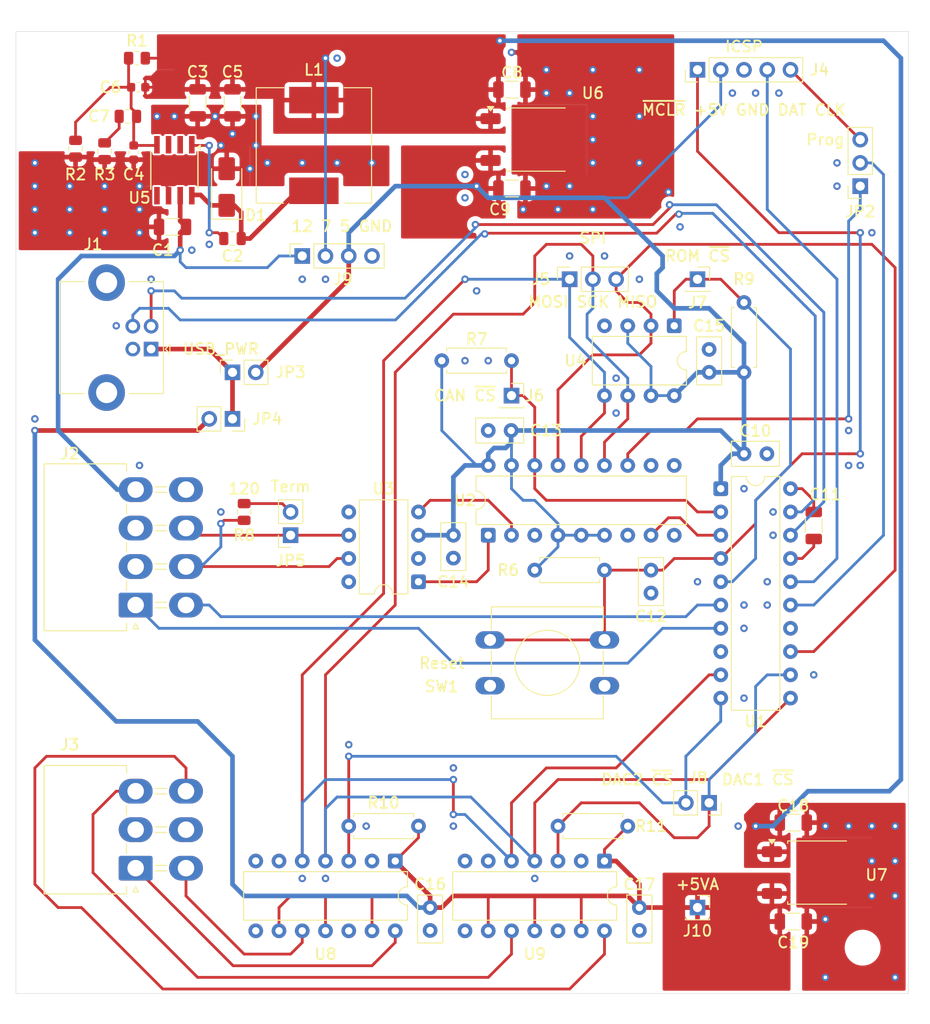
<source format=kicad_pcb>
(kicad_pcb (version 20241229) (generator "pcbnew") (generator_version "9.0")
  (title_block (title "CAN Gauge Interface") (date "2025-09-27") (rev "0.1") (company "Sam Anthony"))
  (layers (0 "F.Cu" signal) (4 "In1.Cu" signal) (6 "In2.Cu" signal) (2 "B.Cu" power) (13 "F.Paste" user) (15 "B.Paste" user) (5 "F.SilkS" user "F.Silkscreen") (7 "B.SilkS" user "B.Silkscreen") (1 "F.Mask" user) (3 "B.Mask" user) (25 "Edge.Cuts" user))
  (net 0 "")
  (net 1 "GND")
  (net 2 "+12V")
  (net 3 "Net-(U5-BOOT)")
  (net 4 "+7V")
  (net 5 "Net-(C7-Pad2)")
  (net 6 "+5V")
  (net 7 "Net-(U1-Vusb3v3)")
  (net 8 "/~{MCLR}")
  (net 9 "+5VA")
  (net 10 "/USB_D+")
  (net 11 "/USB_D-")
  (net 12 "VBUS")
  (net 15 "/CAN_L")
  (net 16 "/Speed")
  (net 17 "/Tach")
  (net 18 "/CAN_H")
  (net 19 "/AN4")
  (net 20 "/AN2")
  (net 21 "/AN3")
  (net 22 "/AN1")
  (net 23 "/ICSP_CLK")
  (net 24 "/ICSP_DAT")
  (net 25 "/SCK")
  (net 26 "/MOSI")
  (net 27 "/MISO")
  (net 28 "/CAN_~{CS}")
  (net 29 "/ROM_~{CS}")
  (net 30 "/DAC2_~{CS}")
  (net 31 "/DAC1_~{CS}")
  (net 32 "/INT{slash}ICSP_CLK")
  (net 33 "/INT")
  (net 34 "Net-(JP5-B)")
  (net 36 "/CLK")
  (net 39 "/CAN_RX")
  (net 40 "/CAN_TX")
  (net 53 "/PH")
  (net 54 "/sense")
  (footprint "Connector_PinSocket_2.54mm:PinSocket_1x01_P2.54mm_Vertical" (layer "F.Cu") (at 124.46 129.54)
    (property "Reference" "J7")
    (property "Value" "ROM ~{CS}")
  )
  (footprint "Capacitor_SMD:C_1206_3216Metric" (layer "F.Cu") (at 104.189 119.634)
    (property "Reference" "C9")
    (property "Value" "10u" (hide yes))
  )
  (footprint "Capacitor_SMD:C_0805_2012Metric" (layer "F.Cu") (at 62.23 111.76 180)
    (property "Reference" "C7")
    (property "Value" "47n" (hide yes))
  )
  (footprint "Connector_PinSocket_2.54mm:PinSocket_1x04_P2.54mm_Vertical" (layer "F.Cu") (at 81.28 127 90)
    (property "Reference" "J9")
    (property "Value" "Conn_01x04_Socket" (hide yes))
  )
  (footprint "MountingHole:MountingHole_3.2mm_M3_DIN965" (layer "F.Cu") (at 55 202.5)
    (property "Reference" "H1" (hide yes))
    (property "Value" "MountingHole" (hide yes))
  )
  (footprint "Capacitor_SMD:C_1206_3216Metric" (layer "F.Cu") (at 134.923 199.644)
    (property "Reference" "C19")
    (property "Value" "10u" (hide yes))
  )
  (footprint "Resistor_THT:R_Axial_DIN0207_L6.3mm_D2.5mm_P7.62mm_Horizontal" (layer "F.Cu") (at 93.98 189.23 180)
    (property "Reference" "R10")
    (property "Value" "10k" (hide yes))
  )
  (footprint "Capacitor_SMD:C_1206_3216Metric" (layer "F.Cu") (at 134.923 188.849)
    (property "Reference" "C18")
    (property "Value" "10u" (hide yes))
  )
  (footprint "Package_TO_SOT_SMD:TO-252-2" (layer "F.Cu") (at 106.894 114.294)
    (property "Reference" "U6")
    (property "Value" "L78M05AB" (hide yes))
  )
  (footprint "Capacitor_THT:C_Disc_D5.0mm_W2.5mm_P2.50mm" (layer "F.Cu") (at 95.25 198.12 -90)
    (property "Reference" "C16")
    (property "Value" "100n" (hide yes))
  )
  (footprint "MountingHole:MountingHole_3.2mm_M3_DIN965" (layer "F.Cu") (at 142.5 202.5)
    (property "Reference" "H2" (hide yes))
    (property "Value" "MountingHole" (hide yes))
  )
  (footprint "Capacitor_SMD:C_0603_1608Metric" (layer "F.Cu") (at 62.865 115.71 -90)
    (property "Reference" "C4")
    (property "Value" "220p" (hide yes))
  )
  (footprint "footprints:Molex_Mini-Fit_Jr_5569-06A2_2x03_P4.20mm_Horizontal" (layer "F.Cu") (at 63.08 193.82 90)
    (property "Reference" "J3")
    (property "Value" "Analog")
  )
  (footprint "Resistor_SMD:R_0805_2012Metric" (layer "F.Cu") (at 63.2225 105.41)
    (property "Reference" "R1")
    (property "Value" "10k" (hide yes))
  )
  (footprint "footprints:USB_B_Lumberg_2411_02_Horizontal" (layer "F.Cu") (at 64.77 137.16 180)
    (property "Reference" "J1")
    (property "Value" "USB_B" (hide yes))
  )
  (footprint "Connector_PinSocket_2.54mm:PinSocket_1x02_P2.54mm_Vertical" (layer "F.Cu") (at 80.01 157.48 180)
    (property "Reference" "JP5")
    (property "Value" "Term")
  )
  (footprint "Capacitor_SMD:C_0603_1608Metric" (layer "F.Cu") (at 63.36 108.585)
    (property "Reference" "C6")
    (property "Value" "3300p" (hide yes))
  )
  (footprint "Inductor_SMD:L_12x12mm_H8mm" (layer "F.Cu") (at 82.55 114.935 90)
    (property "Reference" "L1")
    (property "Value" "150u" (hide yes))
  )
  (footprint "MountingHole:MountingHole_3.2mm_M3_DIN965" (layer "F.Cu") (at 55 107.5)
    (property "Reference" "H4" (hide yes))
    (property "Value" "MountingHole" (hide yes))
  )
  (footprint "Resistor_SMD:R_0805_2012Metric" (layer "F.Cu") (at 56.515 115.2925 -90)
    (property "Reference" "R2")
    (property "Value" "3k24" (hide yes))
  )
  (footprint "Resistor_THT:R_Axial_DIN0207_L6.3mm_D2.5mm_P7.62mm_Horizontal" (layer "F.Cu") (at 106.68 161.29)
    (property "Reference" "R6")
    (property "Value" "10k" (hide yes))
  )
  (footprint "Connector_PinSocket_2.54mm:PinSocket_1x02_P2.54mm_Vertical" (layer "F.Cu") (at 125.73 186.69 -90)
    (property "Reference" "J8")
    (property "Value" "DAC ~{CS}" (hide yes))
  )
  (footprint "Button_Switch_THT:SW_PUSH-12mm" (layer "F.Cu") (at 114.3 173.91 180)
    (property "Reference" "SW1")
    (property "Value" "Reset")
  )
  (footprint "Capacitor_SMD:C_1206_3216Metric" (layer "F.Cu") (at 69.85 110.285 -90)
    (property "Reference" "C3")
    (property "Value" "22u" (hide yes))
  )
  (footprint "Connector_PinSocket_2.54mm:PinSocket_1x01_P2.54mm_Vertical" (layer "F.Cu") (at 104.14 142.24)
    (property "Reference" "J6")
    (property "Value" "CAN ~{CS}")
  )
  (footprint "Resistor_THT:R_Axial_DIN0207_L6.3mm_D2.5mm_P7.62mm_Horizontal" (layer "F.Cu") (at 129.54 139.7 90)
    (property "Reference" "R9")
    (property "Value" "10k" (hide yes))
  )
  (footprint "Connector_PinSocket_2.54mm:PinSocket_1x03_P2.54mm_Vertical" (layer "F.Cu") (at 142.24 119.38 180)
    (property "Reference" "JP2")
    (property "Value" "Prog")
  )
  (footprint "Package_DIP:DIP-14_W7.62mm" (layer "F.Cu") (at 91.44 193.04 -90)
    (property "Reference" "U8")
    (property "Value" "MCP4912" (hide yes))
  )
  (footprint "Diode_SMD:D_SMA" (layer "F.Cu") (at 73.025 119.475 90)
    (property "Reference" "D1")
    (property "Value" "SS34" (hide yes))
  )
  (footprint "footprints:Molex_Mini-Fit_Jr_5569-08A2_2x04_P4.20mm_Horizontal" (layer "F.Cu") (at 63.08 165.1 90)
    (property "Reference" "J2")
    (property "Value" "Conn_02x04_Top_Bottom")
  )
  (footprint "Resistor_SMD:R_0805_2012Metric" (layer "F.Cu") (at 59.69 115.57 -90)
    (property "Reference" "R3")
    (property "Value" "2k7" (hide yes))
  )
  (footprint "Package_DIP:DIP-8_W7.62mm" (layer "F.Cu") (at 93.98 162.56 180)
    (property "Reference" "U3")
    (property "Value" "MCP2561-E-P" (hide yes))
  )
  (footprint "Resistor_THT:R_Axial_DIN0207_L6.3mm_D2.5mm_P7.62mm_Horizontal" (layer "F.Cu") (at 96.52 138.43)
    (property "Reference" "R7")
    (property "Value" "10k" (hide yes))
  )
  (footprint "Capacitor_SMD:C_1206_3216Metric" (layer "F.Cu") (at 73.66 110.285 -90)
    (property "Reference" "C5")
    (property "Value" "22u" (hide yes))
  )
  (footprint "Connector_PinHeader_2.54mm:PinHeader_1x05_P2.54mm_Vertical" (layer "F.Cu") (at 124.46 106.68 90)
    (property "Reference" "J4")
    (property "Value" "ICSP")
  )
  (footprint "Capacitor_THT:C_Disc_D5.0mm_W2.5mm_P2.50mm" (layer "F.Cu") (at 97.79 159.98 90)
    (property "Reference" "C14")
    (property "Value" "100n" (hide yes))
  )
  (footprint "Connector_PinSocket_2.54mm:PinSocket_1x03_P2.54mm_Vertical" (layer "F.Cu") (at 110.49 129.54 90)
    (property "Reference" "J5")
    (property "Value" "SPI Debug" (hide yes))
  )
  (footprint "Connector_PinSocket_2.54mm:PinSocket_1x02_P2.54mm_Vertical" (layer "F.Cu") (at 73.66 144.78 -90)
    (property "Reference" "JP4")
    (property "Value" "USB_PWR" (hide yes))
  )
  (footprint "Capacitor_SMD:C_1206_3216Metric" (layer "F.Cu") (at 104.189 108.839)
    (property "Reference" "C8")
    (property "Value" "10u" (hide yes))
  )
  (footprint "Connector_PinSocket_2.54mm:PinSocket_1x01_P2.54mm_Vertical" (layer "F.Cu") (at 124.46 198.12)
    (property "Reference" "J10")
    (property "Value" "+5VA")
  )
  (footprint "Package_DIP:DIP-20_W7.62mm" (layer "F.Cu") (at 127 152.4)
    (property "Reference" "U1")
    (property "Value" "PIC16F1459-IP" (hide yes))
  )
  (footprint "Capacitor_SMD:C_0805_2012Metric" (layer "F.Cu") (at 73.66 125.095)
    (property "Reference" "C2")
    (property "Value" "10n" (hide yes))
  )
  (footprint "Package_SO:TI_SO-PowerPAD-8" (layer "F.Cu") (at 67.31 117.635 -90)
    (property "Reference" "U5")
    (property "Value" "TPS5430DDA" (hide yes))
  )
  (footprint "Capacitor_THT:C_Disc_D5.0mm_W2.5mm_P2.50mm" (layer "F.Cu") (at 119.38 161.29 -90)
    (property "Reference" "C12")
    (property "Value" "100n" (hide yes))
  )
  (footprint "Capacitor_THT:C_Disc_D5.0mm_W2.5mm_P2.50mm" (layer "F.Cu") (at 118.11 198.12 -90)
    (property "Reference" "C17")
    (property "Value" "100n" (hide yes))
  )
  (footprint "Resistor_SMD:R_0805_2012Metric" (layer "F.Cu") (at 74.93 154.94 -90)
    (property "Reference" "R8")
    (property "Value" "120")
  )
  (footprint "Capacitor_THT:C_Disc_D5.0mm_W2.5mm_P2.50mm" (layer "F.Cu") (at 129.54 148.59)
    (property "Reference" "C10")
    (property "Value" "100n" (hide yes))
  )
  (footprint "MountingHole:MountingHole_3.2mm_M3_DIN965" (layer "F.Cu") (at 142.5 107.5)
    (property "Reference" "H3" (hide yes))
    (property "Value" "MountingHole" (hide yes))
  )
  (footprint "Capacitor_THT:C_Disc_D5.0mm_W2.5mm_P2.50mm" (layer "F.Cu") (at 101.6 146.05)
    (property "Reference" "C13")
    (property "Value" "100n" (hide yes))
  )
  (footprint "Resistor_THT:R_Axial_DIN0207_L6.3mm_D2.5mm_P7.62mm_Horizontal" (layer "F.Cu") (at 116.84 189.23 180)
    (property "Reference" "R11")
    (property "Value" "10k" (hide yes))
  )
  (footprint "Connector_PinSocket_2.54mm:PinSocket_1x02_P2.54mm_Vertical" (layer "F.Cu") (at 73.66 139.7 90)
    (property "Reference" "JP3")
    (property "Value" "USB_PWR")
  )
  (footprint "Package_DIP:DIP-18_W7.62mm" (layer "F.Cu") (at 101.6 157.48 90)
    (property "Reference" "U2")
    (property "Value" "MCP2515-I/P" (hide yes))
  )
  (footprint "Capacitor_SMD:C_1206_3216Metric" (layer "F.Cu") (at 137.16 156.415 90)
    (property "Reference" "C11")
    (property "Value" "1u" (hide yes))
  )
  (footprint "Package_DIP:DIP-8_W7.62mm" (layer "F.Cu") (at 121.92 134.62 -90)
    (property "Reference" "U4")
    (property "Value" "25LC160C" (hide yes))
  )
  (footprint "Package_TO_SOT_SMD:TO-252-2" (layer "F.Cu") (at 137.628 194.304)
    (property "Reference" "U7")
    (property "Value" "L78M05AB" (hide yes))
  )
  (footprint "Capacitor_SMD:C_1206_3216Metric" (layer "F.Cu") (at 67.105 123.825 180)
    (property "Reference" "C1")
    (property "Value" "22u" (hide yes))
  )
  (footprint "Capacitor_THT:C_Disc_D5.0mm_W2.5mm_P2.50mm" (layer "F.Cu") (at 125.73 137.2 -90)
    (property "Reference" "C15")
    (property "Value" "100n" (hide yes))
  )
  (footprint "Package_DIP:DIP-14_W7.62mm" (layer "F.Cu") (at 114.3 193.04 -90)
    (property "Reference" "U9")
    (property "Value" "MCP4912" (hide yes))
  )
  (gr_rect (start 50 102.5) (end 147.5 207.5) (stroke (width 0.05)) (fill no) (layer "Edge.Cuts"))
  (gr_text "12 7 5 GND" (at 80.01 124.46 0) (layer "F.SilkS") (effects (font (size 1.2 1.2) (thickness 0.2) (bold yes)) (justify left bottom)))
  (gr_text "SPI" (at 113.03 125.73 0) (layer "F.SilkS") (effects (font (size 1.2 1.2) (thickness 0.2) (bold yes)) (justify bottom)))
  (gr_text "~{MCLR} +5V GND DAT CLK" (at 129.54 111.76 0) (layer "F.SilkS") (effects (font (size 1.2 1.2) (thickness 0.2) (bold yes)) (justify bottom)))
  (gr_text "DAC2 ~{CS}" (at 121.92 184.15 0) (layer "F.SilkS") (effects (font (size 1.2 1.2) (thickness 0.2) (bold yes)) (justify right)))
  (gr_text "DAC1 ~{CS}" (at 127 184.15 0) (layer "F.SilkS") (effects (font (size 1.2 1.2) (thickness 0.2) (bold yes)) (justify left)))
  (gr_text "MOSI SCK MISO" (at 113.03 132.715 0) (layer "F.SilkS") (effects (font (size 1.2 1.2) (thickness 0.2) (bold yes)) (justify bottom)))
  (segment (start 134.62 152.4) (end 135.89 152.4) (width 0.3048) (layer "F.Cu") (net 1))
  (segment (start 105.664 105.664) (end 105.664 108.839) (width 0.508) (layer "F.Cu") (net 1))
  (segment (start 104.14 104.775) (end 104.775 104.775) (width 0.508) (layer "F.Cu") (net 1))
  (segment (start 137.16 153.67) (end 137.16 154.94) (width 0.3048) (layer "F.Cu") (net 1))
  (segment (start 104.775 104.775) (end 105.664 105.664) (width 0.508) (layer "F.Cu") (net 1))
  (segment (start 135.89 152.4) (end 137.16 153.67) (width 0.3048) (layer "F.Cu") (net 1))
  (via (at 128.27 109.22) (size 0.8128) (drill 0.4) (layers "F.Cu" "B.Cu") (net 1))
  (via (at 71.755 111.76) (size 0.8128) (drill 0.4) (layers "F.Cu" "B.Cu") (net 1))
  (via (at 73.66 113.665) (size 0.8128) (drill 0.4) (layers "F.Cu" "B.Cu") (net 1))
  (via (at 122.555 123.825) (size 0.8128) (drill 0.4) (layers "F.Cu" "B.Cu") (net 1))
  (via (at 99.06 138.43) (size 0.8128) (drill 0.4) (layers "F.Cu" "B.Cu") (net 1))
  (via (at 63.5 124.46) (size 0.8128) (drill 0.4) (layers "F.Cu" "B.Cu") (net 1))
  (via (at 139.7 116.84) (size 0.8128) (drill 0.4) (layers "F.Cu" "B.Cu") (net 1))
  (via (at 110.49 109.22) (size 0.8128) (drill 0.4) (layers "F.Cu" "B.Cu") (net 1))
  (via (at 113.03 111.76) (size 0.8128) (drill 0.4) (layers "F.Cu" "B.Cu") (net 1))
  (via (at 146.05 196.85) (size 0.8128) (drill 0.4) (layers "F.Cu" "B.Cu") (net 1))
  (via (at 118.11 129.54) (size 0.8128) (drill 0.4) (layers "F.Cu" "B.Cu") (net 1))
  (via (at 67.31 111.76) (size 0.8128) (drill 0.4) (layers "F.Cu" "B.Cu") (net 1))
  (via (at 110.49 119.38) (size 0.8128) (drill 0.4) (layers "F.Cu" "B.Cu") (net 1))
  (via (at 88.265 189.23) (size 0.8128) (drill 0.4) (layers "F.Cu" "B.Cu") (net 1))
  (via (at 138.43 199.39) (size 0.8128) (drill 0.4) (layers "F.Cu" "B.Cu") (net 1))
  (via (at 69.215 126.365) (size 0.8128) (drill 0.4) (layers "F.Cu" "B.Cu") (net 1))
  (via (at 146.05 193.04) (size 0.8128) (drill 0.4) (layers "F.Cu" "B.Cu") (net 1))
  (via (at 143.51 189.23) (size 0.8128) (drill 0.4) (layers "F.Cu" "B.Cu") (net 1))
  (via (at 75.565 117.475) (size 0.8128) (drill 0.4) (layers "F.Cu" "B.Cu") (net 1))
  (via (at 104.14 104.775) (size 0.8128) (drill 0.4) (layers "F.Cu" "B.Cu") (net 1))
  (via (at 81.28 129.54) (size 0.8128) (drill 0.4) (layers "F.Cu" "B.Cu") (net 1))
  (via (at 118.11 116.84) (size 0.8128) (drill 0.4) (layers "F.Cu" "B.Cu") (net 1))
  (via (at 65.405 111.76) (size 0.8128) (drill 0.4) (layers "F.Cu" "B.Cu") (net 1))
  (via (at 55.88 121.92) (size 0.8128) (drill 0.4) (layers "F.Cu" "B.Cu") (net 1))
  (via (at 121.285 120.015) (size 0.8128) (drill 0.4) (layers "F.Cu" "B.Cu") (net 1))
  (via (at 138.43 189.23) (size 0.8128) (drill 0.4) (layers "F.Cu" "B.Cu") (net 1))
  (via (at 132.08 162.56) (size 0.8128) (drill 0.4) (layers "F.Cu" "B.Cu") (net 1))
  (via (at 110.49 127) (size 0.8128) (drill 0.4) (layers "F.Cu" "B.Cu") (net 1))
  (via (at 63.5 149.86) (size 0.8128) (drill 0.4) (layers "F.Cu" "B.Cu") (net 1))
  (via (at 128.905 189.23) (size 0.8128) (drill 0.4) (layers "F.Cu" "B.Cu") (net 1))
  (via (at 107.95 119.38) (size 0.8128) (drill 0.4) (layers "F.Cu" "B.Cu") (net 1))
  (via (at 99.06 120.65) (size 0.8128) (drill 0.4) (layers "F.Cu" "B.Cu") (net 1))
  (via (at 140.97 149.86) (size 0.8128) (drill 0.4) (layers "F.Cu" "B.Cu") (net 1))
  (via (at 142.24 149.86) (size 0.8128) (drill 0.4) (layers "F.Cu" "B.Cu") (net 1))
  (via (at 132.715 157.48) (size 0.8128) (drill 0.4) (layers "F.Cu" "B.Cu") (net 1))
  (via (at 143.51 124.46) (size 0.8128) (drill 0.4) (layers "F.Cu" "B.Cu") (net 1))
  (via (at 132.08 165.1) (size 0.8128) (drill 0.4) (layers "F.Cu" "B.Cu") (net 1))
  (via (at 52.07 144.78) (size 0.8128) (drill 0.4) (layers "F.Cu" "B.Cu") (net 1))
  (via (at 85.09 105.41) (size 0.8128) (drill 0.4) (layers "F.Cu" "B.Cu") (net 1))
  (via (at 129.54 165.1) (size 0.8128) (drill 0.4) (layers "F.Cu" "B.Cu") (net 1))
  (via (at 130.81 109.22) (size 0.8128) (drill 0.4) (layers "F.Cu" "B.Cu") (net 1))
  (via (at 129.54 152.4) (size 0.8128) (drill 0.4) (layers "F.Cu" "B.Cu") (net 1))
  (via (at 52.07 119.38) (size 0.8128) (drill 0.4) (layers "F.Cu" "B.Cu") (net 1))
  (via (at 146.05 205.74) (size 0.8128) (drill 0.4) (layers "F.Cu" "B.Cu") (net 1))
  (via (at 133.35 109.22) (size 0.8128) (drill 0.4) (layers "F.Cu" "B.Cu") (net 1))
  (via (at 109.22 121.92) (size 0.8128) (drill 0.4) (layers "F.Cu" "B.Cu") (net 1))
  (via (at 59.69 121.92) (size 0.8128) (drill 0.4) (layers "F.Cu" "B.Cu") (net 1))
  (via (at 115.57 140.335) (size 0.8128) (drill 0.4) (layers "F.Cu" "B.Cu") (net 1))
  (via (at 55.88 119.38) (size 0.8128) (drill 0.4) (layers "F.Cu" "B.Cu") (net 1))
  (via (at 106.68 194.945) (size 0.8128) (drill 0.4) (layers "F.Cu" "B.Cu") (net 1))
  (via (at 76.2 114.935) (size 0.8128) (drill 0.4) (layers "F.Cu" "B.Cu") (net 1))
  (via (at 140.97 189.23) (size 0.8128) (drill 0.4) (layers "F.Cu" "B.Cu") (net 1))
  (via (at 113.03 114.3) (size 0.8128) (drill 0.4) (layers "F.Cu" "B.Cu") (net 1))
  (via (at 60.96 134.62) (size 0.8128) (drill 0.4) (layers "F.Cu" "B.Cu") (net 1))
  (via (at 115.57 144.145) (size 0.8128) (drill 0.4) (layers "F.Cu" "B.Cu") (net 1))
  (via (at 118.11 111.76) (size 0.8128) (drill 0.4) (layers "F.Cu" "B.Cu") (net 1))
  (via (at 71.12 125.73) (size 0.8128) (drill 0.4) (layers "F.Cu" "B.Cu") (net 1))
  (via (at 105.41 121.92) (size 0.8128) (drill 0.4) (layers "F.Cu" "B.Cu") (net 1))
  (via (at 88.9 116.84) (size 0.8128) (drill 0.4) (layers "F.Cu" "B.Cu") (net 1))
  (via (at 138.43 205.74) (size 0.8128) (drill 0.4) (layers "F.Cu" "B.Cu") (net 1))
  (via (at 99.06 118.11) (size 0.8128) (drill 0.4) (layers "F.Cu" "B.Cu") (net 1))
  (via (at 100.33 130.81) (size 0.8128) (drill 0.4) (layers "F.Cu" "B.Cu") (net 1))
  (via (at 52.07 116.84) (size 0.8128) (drill 0.4) (layers "F.Cu" "B.Cu") (net 1))
  (via (at 72.39 114.935) (size 0.8128) (drill 0.4) (layers "F.Cu" "B.Cu") (net 1))
  (via (at 83.82 129.54) (size 0.8128) (drill 0.4) (layers "F.Cu" "B.Cu") (net 1))
  (via (at 64.77 129.54) (size 0.8128) (drill 0.4) (layers "F.Cu" "B.Cu") (net 1))
  (via (at 63.5 121.92) (size 0.8128) (drill 0.4) (layers "F.Cu" "B.Cu") (net 1))
  (via (at 137.16 172.72) (size 0.8128) (drill 0.4) (layers "F.Cu" "B.Cu") (net 1))
  (via (at 107.95 109.22) (size 0.8128) (drill 0.4) (layers "F.Cu" "B.Cu") (net 1))
  (via (at 101.6 138.43) (size 0.8128) (drill 0.4) (layers "F.Cu" "B.Cu") (net 1))
  (via (at 97.79 189.23) (size 0.8128) (drill 0.4) (layers "F.Cu" "B.Cu") (net 1))
  (via (at 118.11 106.68) (size 0.8128) (drill 0.4) (layers "F.Cu" "B.Cu") (net 1))
  (via (at 52.07 124.46) (size 0.8128) (drill 0.4) (layers "F.Cu" "B.Cu") (net 1))
  (via (at 139.7 119.38) (size 0.8128) (drill 0.4) (layers "F.Cu" "B.Cu") (net 1))
  (via (at 83.82 194.945) (size 0.8128) (drill 0.4) (layers "F.Cu" "B.Cu") (net 1))
  (via (at 146.05 189.23) (size 0.8128) (drill 0.4) (layers "F.Cu" "B.Cu") (net 1))
  (via (at 113.03 121.92) (size 0.8128) (drill 0.4) (layers "F.Cu" "B.Cu") (net 1))
  (via (at 113.03 106.68) (size 0.8128) (drill 0.4) (layers "F.Cu" "B.Cu") (net 1))
  (via (at 72.39 154.94) (size 0.8128) (drill 0.4) (layers "F.Cu" "B.Cu") (net 1))
  (via (at 59.69 119.38) (size 0.8128) (drill 0.4) (layers "F.Cu" "B.Cu") (net 1))
  (via (at 129.54 175.26) (size 0.8128) (drill 0.4) (layers "F.Cu" "B.Cu") (net 1))
  (via (at 81.28 194.945) (size 0.8128) (drill 0.4) (layers "F.Cu" "B.Cu") (net 1))
  (via (at 97.79 182.88) (size 0.8128) (drill 0.4) (layers "F.Cu" "B.Cu") (net 1))
  (via (at 124.46 162.56) (size 0.8128) (drill 0.4) (layers "F.Cu" "B.Cu") (net 1))
  (via (at 55.88 124.46) (size 0.8128) (drill 0.4) (layers "F.Cu" "B.Cu") (net 1))
  (via (at 132.715 154.94) (size 0.8128) (drill 0.4) (layers "F.Cu" "B.Cu") (net 1))
  (via (at 143.51 196.85) (size 0.8128) (drill 0.4) (layers "F.Cu" "B.Cu") (net 1))
  (via (at 113.03 116.84) (size 0.8128) (drill 0.4) (layers "F.Cu" "B.Cu") (net 1))
  (via (at 63.5 119.38) (size 0.8128) (drill 0.4) (layers "F.Cu" "B.Cu") (net 1))
  (via (at 59.69 124.46) (size 0.8128) (drill 0.4) (layers "F.Cu" "B.Cu") (net 1))
  (via (at 76.2 111.76) (size 0.8128) (drill 0.4) (layers "F.Cu" "B.Cu") (net 1))
  (via (at 77.47 116.84) (size 0.8128) (drill 0.4) (layers "F.Cu" "B.Cu") (net 1))
  (via (at 86.36 180.34) (size 0.8128) (drill 0.4) (layers "F.Cu" "B.Cu") (net 1))
  (via (at 129.54 167.64) (size 0.8128) (drill 0.4) (layers "F.Cu" "B.Cu") (net 1))
  (via (at 143.51 193.04) (size 0.8128) (drill 0.4) (layers "F.Cu" "B.Cu") (net 1))
  (via (at 107.95 106.68) (size 0.8128) (drill 0.4) (layers "F.Cu" "B.Cu") (net 1))
  (via (at 81.28 116.84) (size 0.8128) (drill 0.4) (layers "F.Cu" "B.Cu") (net 1))
  (via (at 52.07 121.92) (size 0.8128) (drill 0.4) (layers "F.Cu" "B.Cu") (net 1))
  (via (at 85.09 116.84) (size 0.8128) (drill 0.4) (layers "F.Cu" "B.Cu") (net 1))
  (via (at 114.3 127) (size 0.8128) (drill 0.4) (layers "F.Cu" "B.Cu") (net 1))
  (via (at 140.97 146.05) (size 0.8128) (drill 0.4) (layers "F.Cu" "B.Cu") (net 1))
  (segment (start 67.945 124.46) (end 67.945 126.365) (width 0.508) (layer "F.Cu") (net 2))
  (segment (start 67.945 123.19) (end 68.58 123.825) (width 0.508) (layer "F.Cu") (net 2))
  (segment (start 68.58 123.825) (end 67.945 124.46) (width 0.508) (layer "F.Cu") (net 2))
  (segment (start 67.945 120.335) (end 67.945 123.19) (width 0.508) (layer "F.Cu") (net 2))
  (via (at 67.945 126.365) (size 0.8128) (drill 0.4) (layers "F.Cu" "B.Cu") (net 2))
  (segment (start 54.61 146.05) (end 61.06 152.5) (width 0.508) (layer "B.Cu") (net 2))
  (segment (start 67.945 126.365) (end 67.31 127) (width 0.508) (layer "B.Cu") (net 2))
  (segment (start 77.47 128.27) (end 68.58 128.27) (width 0.3048) (layer "B.Cu") (net 2))
  (segment (start 68.58 128.27) (end 67.945 127.635) (width 0.3048) (layer "B.Cu") (net 2))
  (segment (start 67.31 127) (end 57.15 127) (width 0.508) (layer "B.Cu") (net 2))
  (segment (start 57.15 127) (end 54.61 129.54) (width 0.508) (layer "B.Cu") (net 2))
  (segment (start 61.06 152.5) (end 63.08 152.5) (width 0.508) (layer "B.Cu") (net 2))
  (segment (start 78.74 127) (end 77.47 128.27) (width 0.3048) (layer "B.Cu") (net 2))
  (segment (start 54.61 129.54) (end 54.61 146.05) (width 0.508) (layer "B.Cu") (net 2))
  (segment (start 81.28 127) (end 78.74 127) (width 0.3048) (layer "B.Cu") (net 2))
  (segment (start 67.945 127.635) (end 67.945 126.365) (width 0.3048) (layer "B.Cu") (net 2))
  (segment (start 69.215 114.935) (end 71.12 114.935) (width 0.3048) (layer "F.Cu") (net 3))
  (segment (start 72.075 124.46) (end 72.71 125.095) (width 0.3048) (layer "F.Cu") (net 3))
  (segment (start 71.12 124.46) (end 72.075 124.46) (width 0.3048) (layer "F.Cu") (net 3))
  (via (at 71.12 114.935) (size 0.8128) (drill 0.4) (layers "F.Cu" "B.Cu") (net 3))
  (via (at 71.12 124.46) (size 0.8128) (drill 0.4) (layers "F.Cu" "B.Cu") (net 3))
  (segment (start 71.12 114.935) (end 71.12 124.46) (width 0.3048) (layer "B.Cu") (net 3))
  (segment (start 83.82 105.41) (end 82.55 106.68) (width 0.3048) (layer "F.Cu") (net 4))
  (segment (start 102.714 103.661) (end 102.87 103.505) (width 0.508) (layer "F.Cu") (net 4))
  (segment (start 69.85 107.315) (end 69.85 108.81) (width 0.3048) (layer "F.Cu") (net 4))
  (segment (start 102.714 108.839) (end 102.714 103.661) (width 0.508) (layer "F.Cu") (net 4))
  (segment (start 64.135 105.41) (end 67.945 105.41) (width 0.3048) (layer "F.Cu") (net 4))
  (segment (start 67.945 105.41) (end 69.85 107.315) (width 0.3048) (layer "F.Cu") (net 4))
  (segment (start 82.55 106.68) (end 82.55 109.985) (width 0.3048) (layer "F.Cu") (net 4))
  (via (at 102.87 103.505) (size 0.8128) (drill 0.4) (layers "F.Cu" "B.Cu") (net 4))
  (via (at 83.82 105.41) (size 0.8128) (drill 0.4) (layers "F.Cu" "B.Cu") (net 4))
  (via (at 130.81 189.23) (size 0.8128) (drill 0.4) (layers "F.Cu" "B.Cu") (net 4))
  (segment (start 146.685 105.41) (end 146.685 184.15) (width 0.508) (layer "B.Cu") (net 4))
  (segment (start 102.87 103.505) (end 144.78 103.505) (width 0.508) (layer "B.Cu") (net 4))
  (segment (start 83.82 127) (end 83.82 105.41) (width 0.3048) (layer "B.Cu") (net 4))
  (segment (start 144.78 103.505) (end 146.685 105.41) (width 0.508) (layer "B.Cu") (net 4))
  (segment (start 146.685 184.15) (end 145.415 185.42) (width 0.508) (layer "B.Cu") (net 4))
  (segment (start 136.525 185.42) (end 132.715 189.23) (width 0.508) (layer "B.Cu") (net 4))
  (segment (start 145.415 185.42) (end 136.525 185.42) (width 0.508) (layer "B.Cu") (net 4))
  (segment (start 132.715 189.23) (end 130.81 189.23) (width 0.508) (layer "B.Cu") (net 4))
  (segment (start 61.28 113.0675) (end 59.69 114.6575) (width 0.3048) (layer "F.Cu") (net 5))
  (segment (start 61.28 111.76) (end 61.28 113.0675) (width 0.3048) (layer "F.Cu") (net 5))
  (segment (start 86.36 129.54) (end 86.36 127) (width 0.508) (layer "F.Cu") (net 6))
  (segment (start 76.2 139.7) (end 86.36 129.54) (width 0.508) (layer "F.Cu") (net 6))
  (segment (start 102.714 119.634) (end 100.584 119.634) (width 0.508) (layer "F.Cu") (net 6))
  (segment (start 100.584 119.634) (end 100.33 119.38) (width 0.508) (layer "F.Cu") (net 6))
  (via (at 100.33 119.38) (size 0.8128) (drill 0.4) (layers "F.Cu" "B.Cu") (net 6))
  (segment (start 119.38 139.065) (end 116.84 136.525) (width 0.3048) (layer "B.Cu") (net 6))
  (segment (start 119.38 142.24) (end 121.92 142.24) (width 0.3048) (layer "B.Cu") (net 6))
  (segment (start 128.27 148.59) (end 127 149.86) (width 0.508) (layer "B.Cu") (net 6))
  (segment (start 119.38 142.24) (end 119.38 139.065) (width 0.3048) (layer "B.Cu") (net 6))
  (segment (start 86.36 127) (end 86.36 124.46) (width 0.508) (layer "B.Cu") (net 6))
  (segment (start 129.54 148.59) (end 127 146.05) (width 0.508) (layer "B.Cu") (net 6))
  (segment (start 101.6 149.86) (end 99.06 149.86) (width 0.508) (layer "B.Cu") (net 6))
  (segment (start 96.52 146.05) (end 100.33 149.86) (width 0.3048) (layer "B.Cu") (net 6))
  (segment (start 100.33 149.86) (end 101.6 149.86) (width 0.3048) (layer "B.Cu") (net 6))
  (segment (start 100.33 119.38) (end 101.6 120.65) (width 0.508) (layer "B.Cu") (net 6))
  (segment (start 91.44 119.38) (end 100.33 119.38) (width 0.508) (layer "B.Cu") (net 6))
  (segment (start 109.22 156.21) (end 109.22 157.48) (width 0.3048) (layer "B.Cu") (net 6))
  (segment (start 124.46 139.7) (end 121.92 142.24) (width 0.508) (layer "B.Cu") (net 6))
  (segment (start 120.65 128.27) (end 120.015 128.905) (width 0.508) (layer "B.Cu") (net 6))
  (segment (start 120.015 128.905) (end 120.015 130.81) (width 0.508) (layer "B.Cu") (net 6))
  (segment (start 97.79 151.13) (end 97.79 157.48) (width 0.508) (layer "B.Cu") (net 6))
  (segment (start 125.73 132.715) (end 129.54 136.525) (width 0.508) (layer "B.Cu") (net 6))
  (segment (start 127 149.86) (end 127 152.4) (width 0.508) (layer "B.Cu") (net 6))
  (segment (start 109.22 158.75) (end 106.68 161.29) (width 0.3048) (layer "B.Cu") (net 6))
  (segment (start 104.14 149.86) (end 104.14 152.4) (width 0.3048) (layer "B.Cu") (net 6))
  (segment (start 125.73 139.7) (end 124.46 139.7) (width 0.508) (layer "B.Cu") (net 6))
  (segment (start 120.65 127) (end 120.65 128.27) (width 0.508) (layer "B.Cu") (net 6))
  (segment (start 109.22 157.48) (end 114.3 157.48) (width 0.3048) (layer "B.Cu") (net 6))
  (segment (start 121.92 132.715) (end 125.73 132.715) (width 0.508) (layer "B.Cu") (net 6))
  (segment (start 97.79 157.48) (end 93.98 157.48) (width 0.508) (layer "B.Cu") (net 6))
  (segment (start 127 106.68) (end 127 110.49) (width 0.3048) (layer "B.Cu") (net 6))
  (segment (start 129.54 139.7) (end 129.54 148.59) (width 0.508) (layer "B.Cu") (net 6))
  (segment (start 105.41 153.67) (end 106.68 153.67) (width 0.3048) (layer "B.Cu") (net 6))
  (segment (start 99.06 149.86) (end 97.79 151.13) (width 0.508) (layer "B.Cu") (net 6))
  (segment (start 101.6 148.59) (end 101.6 149.86) (width 0.508) (layer "B.Cu") (net 6))
  (segment (start 114.3 120.65) (end 120.65 127) (width 0.508) (layer "B.Cu") (net 6))
  (segment (start 120.015 130.81) (end 121.92 132.715) (width 0.508) (layer "B.Cu") (net 6))
  (segment (start 129.54 136.525) (end 129.54 139.7) (width 0.508) (layer "B.Cu") (net 6))
  (segment (start 104.14 149.86) (end 104.14 146.09) (width 0.3048) (layer "B.Cu") (net 6))
  (segment (start 86.36 124.46) (end 91.44 119.38) (width 0.508) (layer "B.Cu") (net 6))
  (segment (start 129.54 139.7) (end 125.73 139.7) (width 0.508) (layer "B.Cu") (net 6))
  (segment (start 109.22 157.48) (end 109.22 158.75) (width 0.3048) (layer "B.Cu") (net 6))
  (segment (start 103.505 147.955) (end 102.235 147.955) (width 0.508) (layer "B.Cu") (net 6))
  (segment (start 127 146.05) (end 104.1 146.05) (width 0.508) (layer "B.Cu") (net 6))
  (segment (start 127 110.49) (end 116.84 120.65) (width 0.3048) (layer "B.Cu") (net 6))
  (segment (start 101.6 120.65) (end 114.3 120.65) (width 0.508) (layer "B.Cu") (net 6))
  (segment (start 102.235 147.955) (end 101.6 148.59) (width 0.508) (layer "B.Cu") (net 6))
  (segment (start 96.52 138.43) (end 96.52 146.05) (width 0.3048) (layer "B.Cu") (net 6))
  (segment (start 106.68 153.67) (end 109.22 156.21) (width 0.3048) (layer "B.Cu") (net 6))
  (segment (start 129.54 148.59) (end 128.27 148.59) (width 0.508) (layer "B.Cu") (net 6))
  (segment (start 104.1 146.05) (end 104.1 147.36) (width 0.508) (layer "B.Cu") (net 6))
  (segment (start 116.84 120.65) (end 114.3 120.65) (width 0.3048) (layer "B.Cu") (net 6))
  (segment (start 116.84 136.525) (end 116.84 134.62) (width 0.3048) (layer "B.Cu") (net 6))
  (segment (start 104.14 146.09) (end 104.1 146.05) (width 0.3048) (layer "B.Cu") (net 6))
  (segment (start 104.1 147.36) (end 103.505 147.955) (width 0.508) (layer "B.Cu") (net 6))
  (segment (start 104.14 152.4) (end 105.41 153.67) (width 0.3048) (layer "B.Cu") (net 6))
  (segment (start 137.16 158.75) (end 137.16 157.89) (width 0.3048) (layer "F.Cu") (net 7))
  (segment (start 135.89 160.02) (end 137.16 158.75) (width 0.3048) (layer "F.Cu") (net 7))
  (segment (start 134.62 160.02) (end 135.89 160.02) (width 0.3048) (layer "F.Cu") (net 7))
  (segment (start 130.81 153.67) (end 135.89 148.59) (width 0.3048) (layer "F.Cu") (net 8))
  (segment (start 135.89 148.59) (end 140.97 148.59) (width 0.3048) (layer "F.Cu") (net 8))
  (segment (start 120.65 161.29) (end 119.38 161.29) (width 0.3048) (layer "F.Cu") (net 8))
  (segment (start 130.81 156.21) (end 130.81 153.67) (width 0.3048) (layer "F.Cu") (net 8))
  (segment (start 119.38 161.29) (end 114.3 161.29) (width 0.3048) (layer "F.Cu") (net 8))
  (segment (start 133.35 124.46) (end 124.46 115.57) (width 0.3048) (layer "F.Cu") (net 8))
  (segment (start 140.97 148.59) (end 142.24 148.59) (width 0.3048) (layer "F.Cu") (net 8))
  (segment (start 121.92 160.02) (end 120.65 161.29) (width 0.3048) (layer "F.Cu") (net 8))
  (segment (start 114.3 168.91) (end 101.8 168.91) (width 0.3048) (layer "F.Cu") (net 8))
  (segment (start 124.46 115.57) (end 124.46 106.68) (width 0.3048) (layer "F.Cu") (net 8))
  (segment (start 142.24 124.46) (end 133.35 124.46) (width 0.3048) (layer "F.Cu") (net 8))
  (segment (start 114.3 161.29) (end 114.3 168.91) (width 0.3048) (layer "F.Cu") (net 8))
  (segment (start 127 160.02) (end 121.92 160.02) (width 0.3048) (layer "F.Cu") (net 8))
  (segment (start 127 160.02) (end 130.81 156.21) (width 0.3048) (layer "F.Cu") (net 8))
  (via (at 142.24 124.46) (size 0.8128) (drill 0.4) (layers "F.Cu" "B.Cu") (net 8))
  (via (at 142.24 148.59) (size 0.8128) (drill 0.4) (layers "F.Cu" "B.Cu") (net 8))
  (segment (start 142.24 148.59) (end 142.24 124.46) (width 0.3048) (layer "B.Cu") (net 8))
  (segment (start 106.68 196.85) (end 111.76 196.85) (width 0.508) (layer "F.Cu") (net 9))
  (segment (start 95.25 198.12) (end 95.25 196.85) (width 0.508) (layer "F.Cu") (net 9))
  (segment (start 80.01 196.85) (end 83.82 196.85) (width 0.3048) (layer "F.Cu") (net 9))
  (segment (start 88.9 196.85) (end 92.71 196.85) (width 0.3048) (layer "F.Cu") (net 9))
  (segment (start 95.25 196.85) (end 91.44 193.04) (width 0.508) (layer "F.Cu") (net 9))
  (segment (start 93.98 198.12) (end 95.25 198.12) (width 0.3048) (layer "F.Cu") (net 9))
  (segment (start 92.71 196.85) (end 93.98 198.12) (width 0.3048) (layer "F.Cu") (net 9))
  (segment (start 101.6 196.85) (end 106.68 196.85) (width 0.508) (layer "F.Cu") (net 9))
  (segment (start 83.82 200.66) (end 83.82 196.85) (width 0.3048) (layer "F.Cu") (net 9))
  (segment (start 88.9 200.66) (end 88.9 196.85) (width 0.3048) (layer "F.Cu") (net 9))
  (segment (start 116.84 196.85) (end 118.11 198.12) (width 0.508) (layer "F.Cu") (net 9))
  (segment (start 124.46 198.12) (end 127 198.12) (width 0.508) (layer "F.Cu") (net 9))
  (segment (start 118.11 198.12) (end 118.11 195.58) (width 0.508) (layer "F.Cu") (net 9))
  (segment (start 116.84 189.23) (end 114.3 191.77) (width 0.3048) (layer "F.Cu") (net 9))
  (segment (start 118.11 198.12) (end 124.46 198.12) (width 0.508) (layer "F.Cu") (net 9))
  (segment (start 128.524 199.644) (end 133.448 199.644) (width 0.508) (layer "F.Cu") (net 9))
  (segment (start 127 198.12) (end 128.524 199.644) (width 0.508) (layer "F.Cu") (net 9))
  (segment (start 115.57 193.04) (end 114.3 193.04) (width 0.508) (layer "F.Cu") (net 9))
  (segment (start 78.74 200.66) (end 78.74 198.12) (width 0.3048) (layer "F.Cu") (net 9))
  (segment (start 83.82 196.85) (end 88.9 196.85) (width 0.3048) (layer "F.Cu") (net 9))
  (segment (start 118.11 195.58) (end 115.57 193.04) (width 0.508) (layer "F.Cu") (net 9))
  (segment (start 69.85 146.05) (end 52.07 146.05) (width 0.508) (layer "F.Cu") (net 9))
  (segment (start 78.74 198.12) (end 80.01 196.85) (width 0.3048) (layer "F.Cu") (net 9))
  (segment (start 111.76 200.66) (end 111.76 196.85) (width 0.3048) (layer "F.Cu") (net 9))
  (segment (start 111.76 196.85) (end 116.84 196.85) (width 0.508) (layer "F.Cu") (net 9))
  (segment (start 101.6 200.66) (end 101.6 196.85) (width 0.3048) (layer "F.Cu") (net 9))
  (segment (start 96.52 198.12) (end 97.79 196.85) (width 0.508) (layer "F.Cu") (net 9))
  (segment (start 93.98 190.5) (end 91.44 193.04) (width 0.3048) (layer "F.Cu") (net 9))
  (segment (start 97.79 196.85) (end 101.6 196.85) (width 0.508) (layer "F.Cu") (net 9))
  (segment (start 114.3 191.77) (end 114.3 193.04) (width 0.3048) (layer "F.Cu") (net 9))
  (segment (start 106.68 200.66) (end 106.68 196.85) (width 0.3048) (layer "F.Cu") (net 9))
  (segment (start 93.98 189.23) (end 93.98 190.5) (width 0.3048) (layer "F.Cu") (net 9))
  (segment (start 95.25 198.12) (end 96.52 198.12) (width 0.508) (layer "F.Cu") (net 9))
  (segment (start 71.12 144.78) (end 69.85 146.05) (width 0.508) (layer "F.Cu") (net 9))
  (via (at 52.07 146.05) (size 0.8128) (drill 0.4) (layers "F.Cu" "B.Cu") (net 9))
  (segment (start 74.93 196.85) (end 92.71 196.85) (width 0.508) (layer "B.Cu") (net 9))
  (segment (start 60.96 177.8) (end 69.85 177.8) (width 0.508) (layer "B.Cu") (net 9))
  (segment (start 69.85 177.8) (end 73.66 181.61) (width 0.508) (layer "B.Cu") (net 9))
  (segment (start 73.66 181.61) (end 73.66 195.58) (width 0.508) (layer "B.Cu") (net 9))
  (segment (start 52.07 168.91) (end 60.96 177.8) (width 0.508) (layer "B.Cu") (net 9))
  (segment (start 93.98 198.12) (end 95.25 198.12) (width 0.508) (layer "B.Cu") (net 9))
  (segment (start 92.71 196.85) (end 93.98 198.12) (width 0.508) (layer "B.Cu") (net 9))
  (segment (start 73.66 195.58) (end 74.93 196.85) (width 0.508) (layer "B.Cu") (net 9))
  (segment (start 52.07 146.05) (end 52.07 168.91) (width 0.508) (layer "B.Cu") (net 9))
  (segment (start 119.992911 124.511628) (end 122.072664 122.431875) (width 0.3048) (layer "F.Cu") (net 10))
  (segment (start 122.072664 122.431875) (end 122.431875 122.431875) (width 0.3048) (layer "F.Cu") (net 10))
  (segment (start 101.302122 124.511628) (end 119.992911 124.511628) (width 0.3048) (layer "F.Cu") (net 10))
  (segment (start 101.218172 124.595578) (end 101.302122 124.511628) (width 0.3048) (layer "F.Cu") (net 10))
  (via (at 122.431875 122.431875) (size 0.8128) (drill 0.4) (layers "F.Cu" "B.Cu") (net 10))
  (via (at 101.218172 124.595578) (size 0.8128) (drill 0.4) (layers "F.Cu" "B.Cu") (net 10))
  (segment (start 137.3251 133.54464) (end 137.3251 153.445822) (width 0.3048) (layer "B.Cu") (net 10))
  (segment (start 62.77 133.445) (end 63.5 132.715) (width 0.3048) (layer "B.Cu") (net 10))
  (segment (start 122.431875 122.431875) (end 122.515825 122.347925) (width 0.3048) (layer "B.Cu") (net 10))
  (segment (start 122.515825 122.347925) (end 126.128385 122.347925) (width 0.3048) (layer "B.Cu") (net 10))
  (segment (start 100.858961 124.595578) (end 101.218172 124.595578) (width 0.3048) (layer "B.Cu") (net 10))
  (segment (start 67.945 133.985) (end 91.46954 133.985) (width 0.3048) (layer "B.Cu") (net 10))
  (segment (start 63.5 132.715) (end 66.675 132.715) (width 0.3048) (layer "B.Cu") (net 10))
  (segment (start 91.46954 133.985) (end 100.858961 124.595578) (width 0.3048) (layer "B.Cu") (net 10))
  (segment (start 135.830922 154.94) (end 134.62 154.94) (width 0.3048) (layer "B.Cu") (net 10))
  (segment (start 137.3251 153.445822) (end 135.830922 154.94) (width 0.3048) (layer "B.Cu") (net 10))
  (segment (start 126.128385 122.347925) (end 137.3251 133.54464) (width 0.3048) (layer "B.Cu") (net 10))
  (segment (start 62.77 134.66) (end 62.77 133.445) (width 0.3048) (layer "B.Cu") (net 10))
  (segment (start 66.675 132.715) (end 67.945 133.985) (width 0.3048) (layer "B.Cu") (net 10))
  (segment (start 100.194422 123.571828) (end 119.603633 123.571828) (width 0.3048) (layer "F.Cu") (net 11))
  (segment (start 121.408125 121.767336) (end 121.408125 121.408125) (width 0.3048) (layer "F.Cu") (net 11))
  (segment (start 64.77 130.81) (end 64.77 134.66) (width 0.3048) (layer "F.Cu") (net 11))
  (segment (start 119.603633 123.571828) (end 121.408125 121.767336) (width 0.3048) (layer "F.Cu") (net 11))
  (via (at 100.194422 123.571828) (size 0.8128) (drill 0.4) (layers "F.Cu" "B.Cu") (net 11))
  (via (at 121.408125 121.408125) (size 0.8128) (drill 0.4) (layers "F.Cu" "B.Cu") (net 11))
  (via (at 64.77 130.81) (size 0.8128) (drill 0.4) (layers "F.Cu" "B.Cu") (net 11))
  (segment (start 126.517665 121.408125) (end 138.2649 133.15536) (width 0.3048) (layer "B.Cu") (net 11))
  (segment (start 138.2649 133.15536) (end 138.2649 153.8351) (width 0.3048) (layer "B.Cu") (net 11))
  (segment (start 67.31 130.81) (end 68.1101 131.6101) (width 0.3048) (layer "B.Cu") (net 11))
  (segment (start 68.1101 131.6101) (end 92.51536 131.6101) (width 0.3048) (layer "B.Cu") (net 11))
  (segment (start 100.194422 123.931039) (end 100.194422 123.571828) (width 0.3048) (layer "B.Cu") (net 11))
  (segment (start 64.77 130.81) (end 67.31 130.81) (width 0.3048) (layer "B.Cu") (net 11))
  (segment (start 121.408125 121.408125) (end 126.517665 121.408125) (width 0.3048) (layer "B.Cu") (net 11))
  (segment (start 92.51536 131.6101) (end 100.194422 123.931039) (width 0.3048) (layer "B.Cu") (net 11))
  (segment (start 138.2649 153.8351) (end 134.62 157.48) (width 0.3048) (layer "B.Cu") (net 11))
  (segment (start 73.66 139.7) (end 73.66 144.78) (width 0.508) (layer "F.Cu") (net 12))
  (segment (start 71.12 137.16) (end 73.66 139.7) (width 0.508) (layer "F.Cu") (net 12))
  (segment (start 64.77 137.16) (end 71.12 137.16) (width 0.508) (layer "F.Cu") (net 12))
  (segment (start 69.36 157.48) (end 68.58 156.7) (width 0.3048) (layer "F.Cu") (net 15))
  (segment (start 86.36 157.48) (end 80.01 157.48) (width 0.3048) (layer "F.Cu") (net 15))
  (segment (start 80.01 157.48) (end 69.36 157.48) (width 0.3048) (layer "F.Cu") (net 15))
  (segment (start 123.19 166.37) (end 72.39 166.37) (width 0.3048) (layer "B.Cu") (net 16))
  (segment (start 127 165.1) (end 124.46 165.1) (width 0.3048) (layer "B.Cu") (net 16))
  (segment (start 72.39 166.37) (end 71.12 165.1) (width 0.3048) (layer "B.Cu") (net 16))
  (segment (start 71.12 165.1) (end 68.58 165.1) (width 0.3048) (layer "B.Cu") (net 16))
  (segment (start 124.46 165.1) (end 123.19 166.37) (width 0.3048) (layer "B.Cu") (net 16))
  (segment (start 127 167.64) (end 120.65 167.64) (width 0.3048) (layer "B.Cu") (net 17))
  (segment (start 116.84 171.45) (end 97.79 171.45) (width 0.3048) (layer "B.Cu") (net 17))
  (segment (start 120.65 167.64) (end 116.84 171.45) (width 0.3048) (layer "B.Cu") (net 17))
  (segment (start 65.62 167.64) (end 63.08 165.1) (width 0.3048) (layer "B.Cu") (net 17))
  (segment (start 97.79 171.45) (end 93.98 167.64) (width 0.3048) (layer "B.Cu") (net 17))
  (segment (start 93.98 167.64) (end 65.62 167.64) (width 0.3048) (layer "B.Cu") (net 17))
  (segment (start 84.21 160.9) (end 68.58 160.9) (width 0.3048) (layer "F.Cu") (net 18))
  (segment (start 85.09 160.02) (end 84.21 160.9) (width 0.3048) (layer "F.Cu") (net 18))
  (segment (start 72.7475 155.8525) (end 72.39 156.21) (width 0.3048) (layer "F.Cu") (net 18))
  (segment (start 74.93 155.8525) (end 72.7475 155.8525) (width 0.3048) (layer "F.Cu") (net 18))
  (segment (start 86.36 160.02) (end 85.09 160.02) (width 0.3048) (layer "F.Cu") (net 18))
  (via (at 72.39 156.21) (size 0.8128) (drill 0.4) (layers "F.Cu" "B.Cu") (net 18))
  (segment (start 72.39 158.75) (end 70.24 160.9) (width 0.3048) (layer "B.Cu") (net 18))
  (segment (start 70.24 160.9) (end 68.58 160.9) (width 0.3048) (layer "B.Cu") (net 18))
  (segment (start 72.39 156.21) (end 72.39 158.75) (width 0.3048) (layer "B.Cu") (net 18))
  (segment (start 104.14 203.2) (end 101.6 205.74) (width 0.3048) (layer "F.Cu") (net 19))
  (segment (start 60.96 185.42) (end 63.08 185.42) (width 0.3048) (layer "F.Cu") (net 19))
  (segment (start 101.6 205.74) (end 69.85 205.74) (width 0.3048) (layer "F.Cu") (net 19))
  (segment (start 104.14 200.66) (end 104.14 203.2) (width 0.3048) (layer "F.Cu") (net 19))
  (segment (start 58.42 187.96) (end 60.96 185.42) (width 0.3048) (layer "F.Cu") (net 19))
  (segment (start 69.85 205.74) (end 58.42 194.31) (width 0.3048) (layer "F.Cu") (net 19))
  (segment (start 58.42 194.31) (end 58.42 187.96) (width 0.3048) (layer "F.Cu") (net 19))
  (segment (start 74.93 203.2) (end 68.58 196.85) (width 0.3048) (layer "F.Cu") (net 20))
  (segment (start 81.28 201.93) (end 80.01 203.2) (width 0.3048) (layer "F.Cu") (net 20))
  (segment (start 81.28 200.66) (end 81.28 201.93) (width 0.3048) (layer "F.Cu") (net 20))
  (segment (start 80.01 203.2) (end 74.93 203.2) (width 0.3048) (layer "F.Cu") (net 20))
  (segment (start 68.58 196.85) (end 68.58 193.82) (width 0.3048) (layer "F.Cu") (net 20))
  (segment (start 114.3 203.2) (end 110.49 207.01) (width 0.3048) (layer "F.Cu") (net 21))
  (segment (start 57.15 198.12) (end 54.61 198.12) (width 0.3048) (layer "F.Cu") (net 21))
  (segment (start 68.58 182.88) (end 68.58 185.42) (width 0.3048) (layer "F.Cu") (net 21))
  (segment (start 52.07 182.88) (end 53.34 181.61) (width 0.3048) (layer "F.Cu") (net 21))
  (segment (start 110.49 207.01) (end 66.04 207.01) (width 0.3048) (layer "F.Cu") (net 21))
  (segment (start 114.3 200.66) (end 114.3 203.2) (width 0.3048) (layer "F.Cu") (net 21))
  (segment (start 52.07 195.58) (end 52.07 182.88) (width 0.3048) (layer "F.Cu") (net 21))
  (segment (start 66.04 207.01) (end 57.15 198.12) (width 0.3048) (layer "F.Cu") (net 21))
  (segment (start 67.31 181.61) (end 68.58 182.88) (width 0.3048) (layer "F.Cu") (net 21))
  (segment (start 54.61 198.12) (end 52.07 195.58) (width 0.3048) (layer "F.Cu") (net 21))
  (segment (start 53.34 181.61) (end 67.31 181.61) (width 0.3048) (layer "F.Cu") (net 21))
  (segment (start 88.9 204.47) (end 73.73 204.47) (width 0.3048) (layer "F.Cu") (net 22))
  (segment (start 91.44 201.93) (end 88.9 204.47) (width 0.3048) (layer "F.Cu") (net 22))
  (segment (start 91.44 200.66) (end 91.44 201.93) (width 0.3048) (layer "F.Cu") (net 22))
  (segment (start 73.73 204.47) (end 63.08 193.82) (width 0.3048) (layer "F.Cu") (net 22))
  (segment (start 142.24 114.3) (end 134.62 106.68) (width 0.3048) (layer "F.Cu") (net 23))
  (segment (start 139.7 129.54) (end 139.7 160.02) (width 0.3048) (layer "B.Cu") (net 24))
  (segment (start 132.08 106.68) (end 132.08 121.92) (width 0.3048) (layer "B.Cu") (net 24))
  (segment (start 139.7 160.02) (end 137.16 162.56) (width 0.3048) (layer "B.Cu") (net 24))
  (segment (start 132.08 121.92) (end 139.7 129.54) (width 0.3048) (layer "B.Cu") (net 24))
  (segment (start 137.16 162.56) (end 134.62 162.56) (width 0.3048) (layer "B.Cu") (net 24))
  (segment (start 91.44 165.1) (end 83.82 172.72) (width 0.3048) (layer "F.Cu") (net 25))
  (segment (start 113.03 129.54) (end 113.03 127) (width 0.3048) (layer "F.Cu") (net 25))
  (segment (start 83.82 172.72) (end 83.82 193.04) (width 0.3048) (layer "F.Cu") (net 25))
  (segment (start 105.41 133.35) (end 97.79 133.35) (width 0.3048) (layer "F.Cu") (net 25))
  (segment (start 125.73 184.15) (end 109.22 184.15) (width 0.3048) (layer "F.Cu") (net 25))
  (segment (start 107.95 125.73) (end 106.68 127) (width 0.3048) (layer "F.Cu") (net 25))
  (segment (start 97.79 133.35) (end 91.44 139.7) (width 0.3048) (layer "F.Cu") (net 25))
  (segment (start 113.03 127) (end 111.76 125.73) (width 0.3048) (layer "F.Cu") (net 25))
  (segment (start 106.68 127) (end 106.68 132.08) (width 0.3048) (layer "F.Cu") (net 25))
  (segment (start 106.68 186.69) (end 106.68 193.04) (width 0.3048) (layer "F.Cu") (net 25))
  (segment (start 91.44 139.7) (end 91.44 165.1) (width 0.3048) (layer "F.Cu") (net 25))
  (segment (start 111.76 125.73) (end 107.95 125.73) (width 0.3048) (layer "F.Cu") (net 25))
  (segment (start 114.3 147.32) (end 114.3 149.86) (width 0.3048) (layer "F.Cu") (net 25))
  (segment (start 116.84 144.78) (end 114.3 147.32) (width 0.3048) (layer "F.Cu") (net 25))
  (segment (start 116.84 142.24) (end 116.84 144.78) (width 0.3048) (layer "F.Cu") (net 25))
  (segment (start 106.68 132.08) (end 105.41 133.35) (width 0.3048) (layer "F.Cu") (net 25))
  (segment (start 109.22 184.15) (end 106.68 186.69) (width 0.3048) (layer "F.Cu") (net 25))
  (segment (start 134.62 175.26) (end 125.73 184.15) (width 0.3048) (layer "F.Cu") (net 25))
  (segment (start 99.695 186.055) (end 106.68 193.04) (width 0.3048) (layer "B.Cu") (net 25))
  (segment (start 112.395 135.89) (end 112.395 133.35) (width 0.3048) (layer "B.Cu") (net 25))
  (segment (start 83.82 193.04) (end 83.82 187.325) (width 0.3048) (layer "B.Cu") (net 25))
  (segment (start 83.82 187.325) (end 85.09 186.055) (width 0.3048) (layer "B.Cu") (net 25))
  (segment (start 116.84 142.24) (end 116.84 140.335) (width 0.3048) (layer "B.Cu") (net 25))
  (segment (start 112.395 133.35) (end 113.03 132.715) (width 0.3048) (layer "B.Cu") (net 25))
  (segment (start 116.84 140.335) (end 112.395 135.89) (width 0.3048) (layer "B.Cu") (net 25))
  (segment (start 85.09 186.055) (end 99.695 186.055) (width 0.3048) (layer "B.Cu") (net 25))
  (segment (start 113.03 132.715) (end 113.03 129.54) (width 0.3048) (layer "B.Cu") (net 25))
  (segment (start 127 172.72) (end 125.73 172.72) (width 0.3048) (layer "F.Cu") (net 26))
  (segment (start 90.17 163.83) (end 90.17 138.43) (width 0.3048) (layer "F.Cu") (net 26))
  (segment (start 97.79 187.96) (end 97.79 184.15) (width 0.3048) (layer "F.Cu") (net 26))
  (segment (start 114.3 144.145) (end 111.76 146.685) (width 0.3048) (layer "F.Cu") (net 26))
  (segment (start 81.28 193.04) (end 81.28 172.72) (width 0.3048) (layer "F.Cu") (net 26))
  (segment (start 114.3 142.24) (end 114.3 144.145) (width 0.3048) (layer "F.Cu") (net 26))
  (segment (start 81.28 172.72) (end 90.17 163.83) (width 0.3048) (layer "F.Cu") (net 26))
  (segment (start 104.14 186.69) (end 104.14 193.04) (width 0.3048) (layer "F.Cu") (net 26))
  (segment (start 111.76 146.685) (end 111.76 149.86) (width 0.3048) (layer "F.Cu") (net 26))
  (segment (start 107.95 182.88) (end 104.14 186.69) (width 0.3048) (layer "F.Cu") (net 26))
  (segment (start 90.17 138.43) (end 99.06 129.54) (width 0.3048) (layer "F.Cu") (net 26))
  (segment (start 125.73 172.72) (end 115.57 182.88) (width 0.3048) (layer "F.Cu") (net 26))
  (segment (start 115.57 182.88) (end 107.95 182.88) (width 0.3048) (layer "F.Cu") (net 26))
  (via (at 97.79 187.96) (size 0.8128) (drill 0.4) (layers "F.Cu" "B.Cu") (net 26))
  (via (at 99.06 129.54) (size 0.8128) (drill 0.4) (layers "F.Cu" "B.Cu") (net 26))
  (via (at 97.79 184.15) (size 0.8128) (drill 0.4) (layers "F.Cu" "B.Cu") (net 26))
  (segment (start 104.14 193.04) (end 99.06 187.96) (width 0.3048) (layer "B.Cu") (net 26))
  (segment (start 110.49 135.89) (end 114.3 139.7) (width 0.3048) (layer "B.Cu") (net 26))
  (segment (start 99.06 187.96) (end 97.79 187.96) (width 0.3048) (layer "B.Cu") (net 26))
  (segment (start 114.3 139.7) (end 114.3 142.24) (width 0.3048) (layer "B.Cu") (net 26))
  (segment (start 81.28 186.69) (end 81.28 193.04) (width 0.3048) (layer "B.Cu") (net 26))
  (segment (start 97.79 184.15) (end 83.82 184.15) (width 0.3048) (layer "B.Cu") (net 26))
  (segment (start 110.49 129.54) (end 110.49 135.89) (width 0.3048) (layer "B.Cu") (net 26))
  (segment (start 99.06 129.54) (end 110.49 129.54) (width 0.3048) (layer "B.Cu") (net 26))
  (segment (start 83.82 184.15) (end 81.28 186.69) (width 0.3048) (layer "B.Cu") (net 26))
  (segment (start 134.62 170.18) (end 137.16 170.18) (width 0.3048) (layer "F.Cu") (net 27))
  (segment (start 115.57 130.81) (end 116.84 132.08) (width 0.3048) (layer "F.Cu") (net 27))
  (segment (start 137.16 170.18) (end 146.05 161.29) (width 0.3048) (layer "F.Cu") (net 27))
  (segment (start 146.05 128.27) (end 143.51 125.73) (width 0.3048) (layer "F.Cu") (net 27))
  (segment (start 118.11 137.795) (end 119.38 136.525) (width 0.3048) (layer "F.Cu") (net 27))
  (segment (start 119.38 133.35) (end 119.38 134.62) (width 0.3048) (layer "F.Cu") (net 27))
  (segment (start 115.57 129.54) (end 115.57 130.81) (width 0.3048) (layer "F.Cu") (net 27))
  (segment (start 118.11 132.08) (end 119.38 133.35) (width 0.3048) (layer "F.Cu") (net 27))
  (segment (start 119.38 125.73) (end 115.57 129.54) (width 0.3048) (layer "F.Cu") (net 27))
  (segment (start 113.03 137.795) (end 118.11 137.795) (width 0.3048) (layer "F.Cu") (net 27))
  (segment (start 146.05 161.29) (end 146.05 128.27) (width 0.3048) (layer "F.Cu") (net 27))
  (segment (start 119.38 136.525) (end 119.38 134.62) (width 0.3048) (layer "F.Cu") (net 27))
  (segment (start 116.84 132.08) (end 118.11 132.08) (width 0.3048) (layer "F.Cu") (net 27))
  (segment (start 109.22 149.86) (end 109.22 141.605) (width 0.3048) (layer "F.Cu") (net 27))
  (segment (start 143.51 125.73) (end 119.38 125.73) (width 0.3048) (layer "F.Cu") (net 27))
  (segment (start 109.22 141.605) (end 113.03 137.795) (width 0.3048) (layer "F.Cu") (net 27))
  (segment (start 106.68 152.4) (end 106.68 149.86) (width 0.3048) (layer "F.Cu") (net 28))
  (segment (start 105.41 142.24) (end 104.14 142.24) (width 0.3048) (layer "F.Cu") (net 28))
  (segment (start 106.68 143.51) (end 105.41 142.24) (width 0.3048) (layer "F.Cu") (net 28))
  (segment (start 107.95 153.67) (end 106.68 152.4) (width 0.3048) (layer "F.Cu") (net 28))
  (segment (start 127 154.94) (end 124.46 154.94) (width 0.3048) (layer "F.Cu") (net 28))
  (segment (start 124.46 154.94) (end 123.19 153.67) (width 0.3048) (layer "F.Cu") (net 28))
  (segment (start 104.14 142.24) (end 104.14 138.43) (width 0.3048) (layer "F.Cu") (net 28))
  (segment (start 123.19 153.67) (end 107.95 153.67) (width 0.3048) (layer "F.Cu") (net 28))
  (segment (start 106.68 149.86) (end 106.68 143.51) (width 0.3048) (layer "F.Cu") (net 28))
  (segment (start 123.19 129.54) (end 121.92 130.81) (width 0.3048) (layer "F.Cu") (net 29))
  (segment (start 121.92 130.81) (end 121.92 134.62) (width 0.3048) (layer "F.Cu") (net 29))
  (segment (start 124.46 129.54) (end 123.19 129.54) (width 0.3048) (layer "F.Cu") (net 29))
  (segment (start 127 129.54) (end 124.46 129.54) (width 0.3048) (layer "F.Cu") (net 29))
  (segment (start 129.54 132.08) (end 127 129.54) (width 0.3048) (layer "F.Cu") (net 29))
  (segment (start 128.27 162.56) (end 130.81 160.02) (width 0.3048) (layer "B.Cu") (net 29))
  (segment (start 130.81 153.67) (end 134.62 149.86) (width 0.3048) (layer "B.Cu") (net 29))
  (segment (start 134.62 137.16) (end 129.54 132.08) (width 0.3048) (layer "B.Cu") (net 29))
  (segment (start 127 162.56) (end 128.27 162.56) (width 0.3048) (layer "B.Cu") (net 29))
  (segment (start 134.62 149.86) (end 134.62 137.16) (width 0.3048) (layer "B.Cu") (net 29))
  (segment (start 130.81 160.02) (end 130.81 153.67) (width 0.3048) (layer "B.Cu") (net 29))
  (segment (start 111.76 186.69) (end 109.22 189.23) (width 0.3048) (layer "F.Cu") (net 30))
  (segment (start 121.92 190.5) (end 118.11 186.69) (width 0.3048) (layer "F.Cu") (net 30))
  (segment (start 125.73 186.69) (end 125.73 189.23) (width 0.3048) (layer "F.Cu") (net 30))
  (segment (start 109.22 189.23) (end 109.22 193.04) (width 0.3048) (layer "F.Cu") (net 30))
  (segment (start 124.46 190.5) (end 121.92 190.5) (width 0.3048) (layer "F.Cu") (net 30))
  (segment (start 118.11 186.69) (end 111.76 186.69) (width 0.3048) (layer "F.Cu") (net 30))
  (segment (start 125.73 189.23) (end 124.46 190.5) (width 0.3048) (layer "F.Cu") (net 30))
  (segment (start 130.81 179.07) (end 125.73 184.15) (width 0.3048) (layer "B.Cu") (net 30))
  (segment (start 134.62 172.72) (end 132.08 172.72) (width 0.3048) (layer "B.Cu") (net 30))
  (segment (start 132.08 172.72) (end 130.81 173.99) (width 0.3048) (layer "B.Cu") (net 30))
  (segment (start 125.73 184.15) (end 125.73 186.69) (width 0.3048) (layer "B.Cu") (net 30))
  (segment (start 130.81 173.99) (end 130.81 179.07) (width 0.3048) (layer "B.Cu") (net 30))
  (segment (start 86.36 189.23) (end 86.36 181.61) (width 0.3048) (layer "F.Cu") (net 31))
  (segment (start 86.36 193.04) (end 86.36 189.23) (width 0.3048) (layer "F.Cu") (net 31))
  (via (at 86.36 181.61) (size 0.8128) (drill 0.4) (layers "F.Cu" "B.Cu") (net 31))
  (segment (start 123.19 186.69) (end 120.65 186.69) (width 0.3048) (layer "B.Cu") (net 31))
  (segment (start 115.57 181.61) (end 86.36 181.61) (width 0.3048) (layer "B.Cu") (net 31))
  (segment (start 127 175.26) (end 127 177.8) (width 0.3048) (layer "B.Cu") (net 31))
  (segment (start 120.65 186.69) (end 115.57 181.61) (width 0.3048) (layer "B.Cu") (net 31))
  (segment (start 127 177.8) (end 123.19 181.61) (width 0.3048) (layer "B.Cu") (net 31))
  (segment (start 123.19 181.61) (end 123.19 186.69) (width 0.3048) (layer "B.Cu") (net 31))
  (segment (start 143.51 116.84) (end 142.24 116.84) (width 0.3048) (layer "B.Cu") (net 32))
  (segment (start 144.78 157.48) (end 144.78 118.11) (width 0.3048) (layer "B.Cu") (net 32))
  (segment (start 144.78 118.11) (end 143.51 116.84) (width 0.3048) (layer "B.Cu") (net 32))
  (segment (start 134.62 165.1) (end 137.16 165.1) (width 0.3048) (layer "B.Cu") (net 32))
  (segment (start 137.16 165.1) (end 144.78 157.48) (width 0.3048) (layer "B.Cu") (net 32))
  (segment (start 124.46 144.78) (end 140.97 144.78) (width 0.3048) (layer "F.Cu") (net 33))
  (segment (start 119.38 146.05) (end 116.84 148.59) (width 0.3048) (layer "F.Cu") (net 33))
  (segment (start 116.84 148.59) (end 116.84 149.86) (width 0.3048) (layer "F.Cu") (net 33))
  (segment (start 123.19 146.05) (end 119.38 146.05) (width 0.3048) (layer "F.Cu") (net 33))
  (segment (start 124.46 144.78) (end 123.19 146.05) (width 0.3048) (layer "F.Cu") (net 33))
  (via (at 140.97 144.78) (size 0.8128) (drill 0.4) (layers "F.Cu" "B.Cu") (net 33))
  (segment (start 140.97 123.19) (end 142.24 121.92) (width 0.3048) (layer "B.Cu") (net 33))
  (segment (start 142.24 121.92) (end 142.24 119.38) (width 0.3048) (layer "B.Cu") (net 33))
  (segment (start 140.97 144.78) (end 140.97 123.19) (width 0.3048) (layer "B.Cu") (net 33))
  (segment (start 80.01 154.94) (end 79.0975 154.0275) (width 0.3048) (layer "F.Cu") (net 34))
  (segment (start 79.0975 154.0275) (end 74.93 154.0275) (width 0.3048) (layer "F.Cu") (net 34))
  (segment (start 127 157.48) (end 124.46 157.48) (width 0.3048) (layer "F.Cu") (net 36))
  (segment (start 121.285 155.575) (end 119.38 157.48) (width 0.3048) (layer "F.Cu") (net 36))
  (segment (start 122.555 155.575) (end 121.285 155.575) (width 0.3048) (layer "F.Cu") (net 36))
  (segment (start 124.46 157.48) (end 122.555 155.575) (width 0.3048) (layer "F.Cu") (net 36))
  (segment (start 101.6 153.67) (end 104.14 156.21) (width 0.3048) (layer "F.Cu") (net 39))
  (segment (start 93.98 154.94) (end 95.25 153.67) (width 0.3048) (layer "F.Cu") (net 39))
  (segment (start 95.25 153.67) (end 101.6 153.67) (width 0.3048) (layer "F.Cu") (net 39))
  (segment (start 104.14 156.21) (end 104.14 157.48) (width 0.3048) (layer "F.Cu") (net 39))
  (segment (start 93.98 162.56) (end 100.33 162.56) (width 0.3048) (layer "F.Cu") (net 40))
  (segment (start 100.33 162.56) (end 101.6 161.29) (width 0.3048) (layer "F.Cu") (net 40))
  (segment (start 101.6 161.29) (end 101.6 157.48) (width 0.3048) (layer "F.Cu") (net 40))
  (segment (start 75.565 125.095) (end 80.775 119.885) (width 0.508) (layer "F.Cu") (net 53))
  (segment (start 73.025 121.475) (end 73.85 121.475) (width 0.508) (layer "F.Cu") (net 53))
  (segment (start 71.31 121.475) (end 73.025 121.475) (width 0.508) (layer "F.Cu") (net 53))
  (segment (start 80.775 119.885) (end 82.55 119.885) (width 0.508) (layer "F.Cu") (net 53))
  (segment (start 69.215 120.335) (end 70.17 120.335) (width 0.508) (layer "F.Cu") (net 53))
  (segment (start 74.61 122.235) (end 74.61 125.095) (width 0.508) (layer "F.Cu") (net 53))
  (segment (start 74.61 125.095) (end 75.565 125.095) (width 0.508) (layer "F.Cu") (net 53))
  (segment (start 73.85 121.475) (end 74.61 122.235) (width 0.508) (layer "F.Cu") (net 53))
  (segment (start 70.17 120.335) (end 71.31 121.475) (width 0.508) (layer "F.Cu") (net 53))
  (segment (start 62.865 112.075) (end 63.18 111.76) (width 0.3048) (layer "F.Cu") (net 54))
  (segment (start 62.585 108.585) (end 60.325 108.585) (width 0.3048) (layer "F.Cu") (net 54))
  (segment (start 63.18 111.44) (end 62.585 110.845) (width 0.3048) (layer "F.Cu") (net 54))
  (segment (start 62.585 110.845) (end 62.585 108.585) (width 0.3048) (layer "F.Cu") (net 54))
  (segment (start 65.405 114.935) (end 62.865 114.935) (width 0.3048) (layer "F.Cu") (net 54))
  (segment (start 63.18 111.76) (end 63.18 111.44) (width 0.3048) (layer "F.Cu") (net 54))
  (segment (start 56.515 112.395) (end 56.515 114.38) (width 0.3048) (layer "F.Cu") (net 54))
  (segment (start 62.31 105.41) (end 62.31 108.31) (width 0.3048) (layer "F.Cu") (net 54))
  (segment (start 62.31 108.31) (end 62.585 108.585) (width 0.3048) (layer "F.Cu") (net 54))
  (segment (start 60.325 108.585) (end 56.515 112.395) (width 0.3048) (layer "F.Cu") (net 54))
  (segment (start 62.865 114.935) (end 62.865 112.075) (width 0.3048) (layer "F.Cu") (net 54))
  (zone (net 4) (net_name "+7V") (layer "F.Cu") (priority 2) (connect_pads (clearance 0.508)) (min_thickness 0.3048) (fill yes (thermal_gap 0.508) (thermal_bridge_width 0.508))
    (polygon (pts (xy 65.405 109.855) (xy 65.405 102.235) (xy 103.505 102.235) (xy 103.505 113.665) (xy 78.105 113.665) (xy 78.105 109.855)))
  )
  (zone (net 4) (net_name "+7V") (layer "F.Cu") (priority 4) (connect_pads (clearance 0.3048)) (min_thickness 0.3048) (fill yes (thermal_gap 0.3048) (thermal_bridge_width 0.3048))
    (polygon (pts (xy 65.405 106.68) (xy 64.77 107.315) (xy 64.135 107.315) (xy 63.5 107.95) (xy 63.5 109.22) (xy 64.135 109.855) (xy 67.31 109.855) (xy 67.31 106.68)))
  )
  (zone (net 1) (net_name "GND") (layer "F.Cu") (priority 7) (connect_pads yes (clearance 0.508)) (min_thickness 0.3048) (fill yes (thermal_gap 0.508) (thermal_bridge_width 0.508))
    (polygon (pts (xy 104.14 110.49) (xy 112.395 110.49) (xy 112.395 118.11) (xy 104.14 118.11)))
  )
  (zone (net 1) (net_name "GND") (layer "F.Cu") (priority 6) (connect_pads (clearance 0.508)) (min_thickness 0.3048) (fill yes (thermal_gap 0.508) (thermal_bridge_width 0.508))
    (polygon (pts (xy 104.775 102.235) (xy 121.92 102.235) (xy 121.92 125.095) (xy 104.775 125.095)))
  )
  (zone (net 1) (net_name "GND") (layer "F.Cu") (priority 9) (connect_pads (clearance 0.508)) (min_thickness 0.3048) (fill yes (thermal_gap 0.508) (thermal_bridge_width 0.508) (island_removal_mode 1) (island_area_min 9.999999))
    (polygon (pts (xy 75.565 119.38) (xy 90.805 119.38) (xy 90.805 114.935) (xy 75.565 114.935)))
  )
  (zone (net 1) (net_name "GND") (layer "F.Cu") (priority 1) (connect_pads yes (clearance 0.3048)) (min_thickness 0.508) (fill yes (thermal_gap 0.508) (thermal_bridge_width 0.508))
    (polygon (pts (xy 64.135 115.57) (xy 64.135 119.38) (xy 70.485 119.38) (xy 70.485 115.57)))
  )
  (zone (net 4) (net_name "+7V") (layer "F.Cu") (priority 10) (connect_pads (clearance 0.508)) (min_thickness 0.3048) (fill yes (thermal_gap 0.508) (thermal_bridge_width 0.508) (island_removal_mode 1) (island_area_min 9.999999))
    (polygon (pts (xy 134.62 194.31) (xy 134.62 186.69) (xy 130.81 186.69) (xy 129.54 187.96) (xy 129.54 194.31)))
  )
  (zone (net 1) (net_name "GND") (layer "F.Cu") (priority 12) (connect_pads yes (clearance 0.508)) (min_thickness 0.3048) (fill yes (thermal_gap 0.508) (thermal_bridge_width 0.508) (island_removal_mode 1) (island_area_min 9.999999))
    (polygon (pts (xy 135.255 190.5) (xy 143.51 190.5) (xy 143.51 198.12) (xy 135.255 198.12)))
  )
  (zone (net 9) (net_name "+5VA") (layer "F.Cu") (priority 10) (connect_pads (clearance 0.508)) (min_thickness 0.3048) (fill yes (thermal_gap 0.508) (thermal_bridge_width 0.508) (island_removal_mode 1) (island_area_min 9.999999))
    (polygon (pts (xy 120.65 194.31) (xy 120.65 208.28) (xy 134.62 208.28) (xy 134.62 194.31)))
  )
  (zone (net 1) (net_name "GND") (layer "F.Cu") (connect_pads (clearance 0.508)) (min_thickness 0.3048) (fill yes (thermal_gap 0.508) (thermal_bridge_width 0.508))
    (polygon (pts (xy 49.53 115.57) (xy 49.53 126.365) (xy 66.675 126.365) (xy 66.675 119.38) (xy 76.835 119.38) (xy 76.835 110.49) (xy 64.77 110.49) (xy 64.77 115.57)))
  )
  (zone (net 1) (net_name "GND") (layer "F.Cu") (priority 11) (connect_pads (clearance 0.508)) (min_thickness 0.3048) (fill yes (thermal_gap 0.508) (thermal_bridge_width 0.508) (island_removal_mode 1) (island_area_min 9.999999))
    (polygon (pts (xy 135.89 186.69) (xy 148.59 186.69) (xy 148.59 208.28) (xy 135.89 208.28)))
  )
  (zone (net 6) (net_name "+5V") (layer "F.Cu") (priority 5) (connect_pads (clearance 0.508)) (min_thickness 0.3048) (fill yes (thermal_gap 0.508) (thermal_bridge_width 0.508))
    (polygon (pts (xy 103.505 125.095) (xy 103.505 114.935) (xy 92.075 114.935) (xy 92.075 125.095)))
  )
)
</source>
